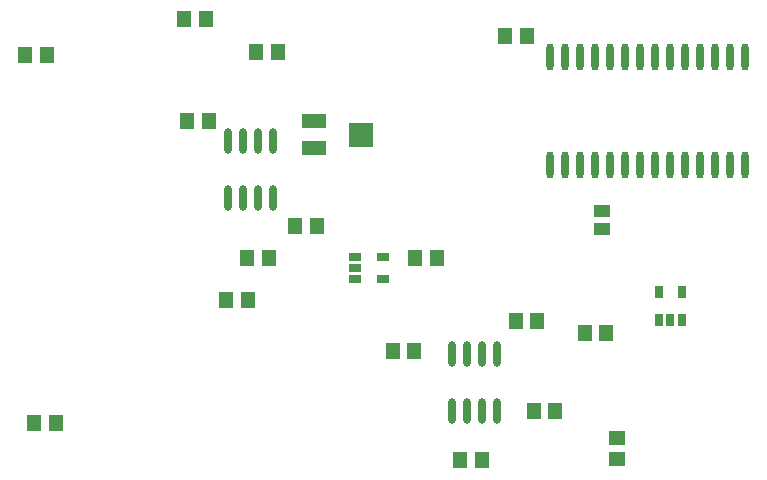
<source format=gtp>
%FSLAX42Y42*%
%MOMM*%
G71*
G01*
G75*
G04 Layer_Color=8421504*
%ADD10R,1.20X1.40*%
%ADD11O,0.60X2.20*%
%ADD12R,1.40X1.20*%
%ADD13R,1.10X0.65*%
%ADD14R,1.40X1.10*%
%ADD15O,0.60X2.30*%
%ADD16R,2.00X1.30*%
%ADD17R,2.00X2.00*%
%ADD18R,0.65X1.10*%
%ADD19C,0.25*%
%ADD20R,1.50X1.50*%
%ADD21C,1.50*%
%ADD22C,2.50*%
%ADD23R,1.50X1.50*%
%ADD24C,1.27*%
%ADD25C,0.25*%
%ADD26C,0.60*%
%ADD27C,0.20*%
%ADD28C,0.20*%
D10*
X6616Y1892D02*
D03*
X6796D02*
D03*
X5754Y1638D02*
D03*
X5574D02*
D03*
X2539Y1029D02*
D03*
X2719D02*
D03*
X2463Y4140D02*
D03*
X2643D02*
D03*
X6326Y711D02*
D03*
X6146D02*
D03*
X4929Y2692D02*
D03*
X4749D02*
D03*
X5765Y2426D02*
D03*
X5945D02*
D03*
X6527Y4305D02*
D03*
X6707D02*
D03*
X4344Y2070D02*
D03*
X4164D02*
D03*
X3809Y4445D02*
D03*
X3989D02*
D03*
X4419Y4166D02*
D03*
X4599D02*
D03*
X4014Y3581D02*
D03*
X3834D02*
D03*
X6948Y1130D02*
D03*
X6768D02*
D03*
X7380Y1791D02*
D03*
X7200D02*
D03*
X4342Y2426D02*
D03*
X4522D02*
D03*
D11*
X6071Y1132D02*
D03*
X6198D02*
D03*
X6325D02*
D03*
X6452D02*
D03*
X6071Y1612D02*
D03*
X6198D02*
D03*
X6325D02*
D03*
X6452D02*
D03*
X4178Y2935D02*
D03*
X4305D02*
D03*
X4432D02*
D03*
X4559D02*
D03*
X4178Y3415D02*
D03*
X4305D02*
D03*
X4432D02*
D03*
X4559D02*
D03*
D12*
X7468Y723D02*
D03*
Y903D02*
D03*
D13*
X5492Y2432D02*
D03*
Y2242D02*
D03*
X5252D02*
D03*
Y2337D02*
D03*
Y2432D02*
D03*
D14*
X7341Y2818D02*
D03*
Y2668D02*
D03*
D15*
X6909Y3215D02*
D03*
X7036D02*
D03*
X7163D02*
D03*
X7290D02*
D03*
X7417D02*
D03*
X7544D02*
D03*
X7671D02*
D03*
X7798D02*
D03*
X7925D02*
D03*
X8052D02*
D03*
X8179D02*
D03*
X8306D02*
D03*
X8433D02*
D03*
X8560D02*
D03*
X6909Y4125D02*
D03*
X7036D02*
D03*
X7163D02*
D03*
X7290D02*
D03*
X7417D02*
D03*
X7544D02*
D03*
X7671D02*
D03*
X7798D02*
D03*
X7925D02*
D03*
X8052D02*
D03*
X8179D02*
D03*
X8306D02*
D03*
X8433D02*
D03*
X8560D02*
D03*
D16*
X4905Y3352D02*
D03*
Y3582D02*
D03*
D17*
X5305Y3467D02*
D03*
D18*
X7830Y1899D02*
D03*
X7925D02*
D03*
X8020D02*
D03*
Y2139D02*
D03*
X7830D02*
D03*
M02*

</source>
